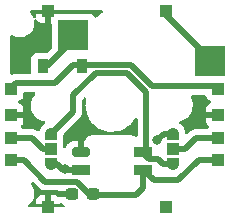
<source format=gbr>
%TF.GenerationSoftware,KiCad,Pcbnew,6.0.5*%
%TF.CreationDate,2022-10-09T08:24:47+11:00*%
%TF.ProjectId,ameoba,616d656f-6261-42e6-9b69-6361645f7063,rev?*%
%TF.SameCoordinates,Original*%
%TF.FileFunction,Copper,L2,Bot*%
%TF.FilePolarity,Positive*%
%FSLAX46Y46*%
G04 Gerber Fmt 4.6, Leading zero omitted, Abs format (unit mm)*
G04 Created by KiCad (PCBNEW 6.0.5) date 2022-10-09 08:24:47*
%MOMM*%
%LPD*%
G01*
G04 APERTURE LIST*
G04 Aperture macros list*
%AMRoundRect*
0 Rectangle with rounded corners*
0 $1 Rounding radius*
0 $2 $3 $4 $5 $6 $7 $8 $9 X,Y pos of 4 corners*
0 Add a 4 corners polygon primitive as box body*
4,1,4,$2,$3,$4,$5,$6,$7,$8,$9,$2,$3,0*
0 Add four circle primitives for the rounded corners*
1,1,$1+$1,$2,$3*
1,1,$1+$1,$4,$5*
1,1,$1+$1,$6,$7*
1,1,$1+$1,$8,$9*
0 Add four rect primitives between the rounded corners*
20,1,$1+$1,$2,$3,$4,$5,0*
20,1,$1+$1,$4,$5,$6,$7,0*
20,1,$1+$1,$6,$7,$8,$9,0*
20,1,$1+$1,$8,$9,$2,$3,0*%
%AMFreePoly0*
4,1,18,0.500000,-0.500000,0.000000,-0.500000,0.000000,-0.495033,-0.079941,-0.493568,-0.215256,-0.451293,-0.333266,-0.372738,-0.424486,-0.264219,-0.481581,-0.134460,-0.499963,0.006109,-0.478152,0.146186,-0.417904,0.274511,-0.324060,0.380769,-0.204165,0.456417,-0.067858,0.495374,0.000000,0.494959,0.000000,0.500000,0.500000,0.500000,0.500000,-0.500000,0.500000,-0.500000,$1*%
%AMFreePoly1*
4,1,19,0.000000,0.494959,0.073905,0.494508,0.209726,0.453889,0.328688,0.376782,0.421226,0.269385,0.479903,0.140333,0.500000,0.000000,0.499851,-0.012216,0.476331,-0.152017,0.414519,-0.279596,0.319384,-0.384700,0.198574,-0.458877,0.061801,-0.496166,0.000000,-0.495033,0.000000,-0.500000,-0.500000,-0.500000,-0.500000,0.500000,0.000000,0.500000,0.000000,0.494959,0.000000,0.494959,
$1*%
G04 Aperture macros list end*
%TA.AperFunction,ComponentPad*%
%ADD10R,1.000000X1.000000*%
%TD*%
%TA.AperFunction,SMDPad,CuDef*%
%ADD11R,2.600000X2.600000*%
%TD*%
%TA.AperFunction,SMDPad,CuDef*%
%ADD12FreePoly0,270.000000*%
%TD*%
%TA.AperFunction,SMDPad,CuDef*%
%ADD13R,1.000000X1.000000*%
%TD*%
%TA.AperFunction,SMDPad,CuDef*%
%ADD14FreePoly1,270.000000*%
%TD*%
%TA.AperFunction,SMDPad,CuDef*%
%ADD15R,0.900000X1.200000*%
%TD*%
%TA.AperFunction,SMDPad,CuDef*%
%ADD16R,1.492724X0.824104*%
%TD*%
%TA.AperFunction,SMDPad,CuDef*%
%ADD17R,1.492724X0.810988*%
%TD*%
%TA.AperFunction,SMDPad,CuDef*%
%ADD18RoundRect,0.205318X0.539189X0.205318X-0.539189X0.205318X-0.539189X-0.205318X0.539189X-0.205318X0*%
%TD*%
%TA.AperFunction,SMDPad,CuDef*%
%ADD19R,1.489015X0.821296*%
%TD*%
%TA.AperFunction,SMDPad,CuDef*%
%ADD20RoundRect,0.237500X0.300000X0.237500X-0.300000X0.237500X-0.300000X-0.237500X0.300000X-0.237500X0*%
%TD*%
%TA.AperFunction,ViaPad*%
%ADD21C,0.800000*%
%TD*%
%TA.AperFunction,Conductor*%
%ADD22C,0.500000*%
%TD*%
G04 APERTURE END LIST*
D10*
%TO.P,,1,Pin_1*%
%TO.N,DOUT1*%
X34400000Y-28187847D03*
%TD*%
%TO.P,,2,Pin_1*%
%TO.N,column_1*%
X30000000Y-17395497D03*
%TD*%
%TO.P,,1,Pin_1*%
%TO.N,VCC*%
X16900000Y-30000000D03*
%TD*%
%TO.P,,1,Pin_1*%
%TO.N,GND*%
X20000000Y-17400000D03*
%TD*%
%TO.P,,1,Pin_1*%
%TO.N,GND*%
X20000000Y-34000000D03*
%TD*%
%TO.P,,1,Pin_1*%
%TO.N,VCC*%
X34400000Y-30000000D03*
%TD*%
%TO.P,,1,Pin_1*%
%TO.N,GND*%
X16900000Y-26200000D03*
%TD*%
%TO.P,,1,Pin_1*%
%TO.N,GND*%
X34400000Y-26200000D03*
%TD*%
%TO.P,,1,Pin_1*%
%TO.N,column_1*%
X30000000Y-34000000D03*
%TD*%
%TO.P,,1,Pin_1*%
%TO.N,row_2*%
X16900000Y-24000000D03*
%TD*%
%TO.P,,1,Pin_1*%
%TO.N,row_2*%
X34400000Y-24000000D03*
%TD*%
D11*
%TO.P,S18,1*%
%TO.N,row_1*%
X22125000Y-19450000D03*
%TO.P,S18,2*%
%TO.N,column_1*%
X33675000Y-21650000D03*
%TD*%
D10*
%TO.P,,1,Pin_1*%
%TO.N,DIN1*%
X16900000Y-28187847D03*
%TD*%
D12*
%TO.P,JP2,1,A*%
%TO.N,DOUT*%
X20282301Y-27790008D03*
D13*
%TO.P,JP2,2,C*%
%TO.N,DIN1*%
X20282301Y-29070008D03*
D14*
%TO.P,JP2,3,B*%
%TO.N,DIN*%
X20282301Y-30350008D03*
%TD*%
D15*
%TO.P,D3,1*%
%TO.N,row_2*%
X22840772Y-22111848D03*
%TO.P,D3,2*%
%TO.N,row_1*%
X19540772Y-22111848D03*
%TD*%
D12*
%TO.P,JP2,1,A*%
%TO.N,DIN*%
X30599919Y-27790008D03*
D13*
%TO.P,JP2,2,C*%
%TO.N,DOUT1*%
X30599919Y-29070008D03*
D14*
%TO.P,JP2,3,B*%
%TO.N,DOUT*%
X30599919Y-30350008D03*
%TD*%
D16*
%TO.P,REF\u002A\u002A,1*%
%TO.N,VCC*%
X28065013Y-30847946D03*
D17*
%TO.P,REF\u002A\u002A,2*%
%TO.N,DOUT*%
X28065013Y-29345495D03*
D18*
%TO.P,REF\u002A\u002A,3*%
%TO.N,GND*%
X22755893Y-29349364D03*
D19*
%TO.P,REF\u002A\u002A,4*%
%TO.N,DIN*%
X22755893Y-30849352D03*
%TD*%
D20*
%TO.P,REF\u002A\u002A,1*%
%TO.N,VCC*%
X23770122Y-32944693D03*
%TO.P,REF\u002A\u002A,2*%
%TO.N,GND*%
X22045122Y-32944693D03*
%TD*%
D21*
%TO.N,GND*%
X22760442Y-26983734D03*
X31943218Y-27008346D03*
%TO.N,DIN*%
X21449622Y-30799326D03*
X29263377Y-28364809D03*
%TD*%
D22*
%TO.N,DIN*%
X29838178Y-27790008D02*
X30599919Y-27790008D01*
X29263377Y-28364809D02*
X29838178Y-27790008D01*
%TO.N,column_1*%
X30000000Y-17786551D02*
X33300000Y-21086551D01*
X33300000Y-21086551D02*
X33300000Y-21590000D01*
X30000000Y-17670950D02*
X30000000Y-17786551D01*
%TO.N,row_1*%
X19886018Y-22111848D02*
X19540772Y-22111848D01*
X22125000Y-19872866D02*
X19886018Y-22111848D01*
X22125000Y-19390000D02*
X22125000Y-19872866D01*
%TO.N,row_2*%
X34199155Y-23799155D02*
X28833280Y-23799155D01*
X34400000Y-24000000D02*
X34199155Y-23799155D01*
X28833280Y-23799155D02*
X27013635Y-21979510D01*
X20562168Y-23501395D02*
X17298605Y-23501395D01*
X17298605Y-23501395D02*
X16800000Y-24000000D01*
X27013635Y-21979510D02*
X22084053Y-21979510D01*
X22084053Y-21979510D02*
X20562168Y-23501395D01*
%TO.N,VCC*%
X17931321Y-30000000D02*
X19784311Y-31852990D01*
X28065013Y-30847946D02*
X28956489Y-31739422D01*
X32756275Y-30000000D02*
X34400000Y-30000000D01*
X19784311Y-31852990D02*
X22462512Y-31852990D01*
X23574813Y-32965291D02*
X27459816Y-32965291D01*
X28956489Y-31739422D02*
X31016853Y-31739422D01*
X27459816Y-32965291D02*
X28065013Y-32360094D01*
X28065013Y-32360094D02*
X28065013Y-30847946D01*
X16800000Y-30000000D02*
X17931321Y-30000000D01*
X22462512Y-31852990D02*
X23574813Y-32965291D01*
X31016853Y-31739422D02*
X32756275Y-30000000D01*
%TO.N,DIN*%
X21287627Y-30849352D02*
X22755893Y-30849352D01*
X20282301Y-30350008D02*
X20788283Y-30350008D01*
X20788283Y-30350008D02*
X21287627Y-30849352D01*
%TO.N,DOUT*%
X20282301Y-27790008D02*
X22145926Y-25926383D01*
X29320579Y-29971656D02*
X29698931Y-30350008D01*
X22145926Y-24564393D02*
X24031289Y-22679030D01*
X26723884Y-22679030D02*
X28337013Y-24292159D01*
X29698931Y-30350008D02*
X30599919Y-30350008D01*
X22145926Y-25926383D02*
X22145926Y-24564393D01*
X28065013Y-29480049D02*
X28556620Y-29971656D01*
X28556620Y-29971656D02*
X29320579Y-29971656D01*
X24031289Y-22679030D02*
X26723884Y-22679030D01*
X28337013Y-24292159D02*
X28337013Y-29073495D01*
X28337013Y-29073495D02*
X28065013Y-29345495D01*
X28065013Y-29345495D02*
X28065013Y-29480049D01*
%TO.N,DOUT1*%
X31627642Y-29070008D02*
X30599919Y-29070008D01*
X34400000Y-28187847D02*
X32509803Y-28187847D01*
X32509803Y-28187847D02*
X31627642Y-29070008D01*
%TO.N,DIN1*%
X20282301Y-29070008D02*
X19566140Y-29070008D01*
X19566140Y-29070008D02*
X18683979Y-28187847D01*
X18683979Y-28187847D02*
X16800000Y-28187847D01*
%TD*%
%TA.AperFunction,Conductor*%
%TO.N,GND*%
G36*
X18766478Y-31909965D02*
G01*
X18781270Y-31922630D01*
X19200541Y-32341901D01*
X19212927Y-32356313D01*
X19221460Y-32367908D01*
X19221465Y-32367913D01*
X19225803Y-32373808D01*
X19231381Y-32378547D01*
X19231384Y-32378550D01*
X19266079Y-32408025D01*
X19273595Y-32414955D01*
X19279291Y-32420651D01*
X19282152Y-32422914D01*
X19282157Y-32422919D01*
X19301567Y-32438275D01*
X19304969Y-32441064D01*
X19350928Y-32480109D01*
X19360596Y-32488323D01*
X19367113Y-32491651D01*
X19372161Y-32495017D01*
X19377283Y-32498180D01*
X19383027Y-32502725D01*
X19449206Y-32533654D01*
X19453090Y-32535553D01*
X19518119Y-32568759D01*
X19525234Y-32570500D01*
X19530889Y-32572603D01*
X19536628Y-32574512D01*
X19543261Y-32577612D01*
X19614746Y-32592481D01*
X19619012Y-32593447D01*
X19689921Y-32610798D01*
X19695523Y-32611146D01*
X19695526Y-32611146D01*
X19701075Y-32611490D01*
X19701073Y-32611525D01*
X19705045Y-32611765D01*
X19709266Y-32612142D01*
X19716426Y-32613631D01*
X19793853Y-32611536D01*
X19797261Y-32611490D01*
X20887363Y-32611490D01*
X20955484Y-32631492D01*
X21001977Y-32685148D01*
X21002436Y-32686378D01*
X21005487Y-32689022D01*
X21013170Y-32690693D01*
X22173122Y-32690693D01*
X22241243Y-32710695D01*
X22287736Y-32764351D01*
X22299122Y-32816693D01*
X22299122Y-33072693D01*
X22279120Y-33140814D01*
X22225464Y-33187307D01*
X22173122Y-33198693D01*
X21017739Y-33198693D01*
X21012559Y-33200214D01*
X20941563Y-33200214D01*
X20881836Y-33161831D01*
X20876232Y-33154881D01*
X20868282Y-33144273D01*
X20855724Y-33131715D01*
X20753649Y-33055214D01*
X20738054Y-33046676D01*
X20617606Y-33001522D01*
X20602351Y-32997895D01*
X20551486Y-32992369D01*
X20544672Y-32992000D01*
X20272115Y-32992000D01*
X20256876Y-32996475D01*
X20255671Y-32997865D01*
X20254000Y-33005548D01*
X20254000Y-33727885D01*
X20258475Y-33743124D01*
X20259865Y-33744329D01*
X20267548Y-33746000D01*
X20989884Y-33746000D01*
X21005123Y-33741525D01*
X21027388Y-33715830D01*
X21027985Y-33716347D01*
X21034604Y-33704223D01*
X21096914Y-33670193D01*
X21167730Y-33675252D01*
X21212725Y-33704138D01*
X21274751Y-33766056D01*
X21286165Y-33775070D01*
X21345243Y-33811486D01*
X21392737Y-33864258D01*
X21404161Y-33934329D01*
X21375887Y-33999453D01*
X21316894Y-34038953D01*
X21279128Y-34044746D01*
X18397843Y-34044746D01*
X18329722Y-34024744D01*
X18283229Y-33971088D01*
X18273125Y-33900814D01*
X18302619Y-33836234D01*
X18324317Y-33816423D01*
X18421919Y-33746289D01*
X18426478Y-33743013D01*
X18441138Y-33727885D01*
X18992000Y-33727885D01*
X18996475Y-33743124D01*
X18997865Y-33744329D01*
X19005548Y-33746000D01*
X19727885Y-33746000D01*
X19743124Y-33741525D01*
X19744329Y-33740135D01*
X19746000Y-33732452D01*
X19746000Y-33010116D01*
X19741525Y-32994877D01*
X19740135Y-32993672D01*
X19732452Y-32992001D01*
X19455331Y-32992001D01*
X19448510Y-32992371D01*
X19397648Y-32997895D01*
X19382396Y-33001521D01*
X19261946Y-33046676D01*
X19246351Y-33055214D01*
X19144276Y-33131715D01*
X19131715Y-33144276D01*
X19055214Y-33246351D01*
X19046676Y-33261946D01*
X19001522Y-33382394D01*
X18997895Y-33397649D01*
X18992369Y-33448514D01*
X18992000Y-33455328D01*
X18992000Y-33727885D01*
X18441138Y-33727885D01*
X18492143Y-33675252D01*
X18572701Y-33592123D01*
X18572703Y-33592120D01*
X18576604Y-33588095D01*
X18696924Y-33409040D01*
X18783635Y-33211507D01*
X18833995Y-33001742D01*
X18841336Y-32874431D01*
X18846090Y-32791981D01*
X18846090Y-32791978D01*
X18846413Y-32786374D01*
X18834632Y-32689022D01*
X18821171Y-32577779D01*
X18821171Y-32577778D01*
X18820497Y-32572210D01*
X18808917Y-32534567D01*
X18758712Y-32371378D01*
X18757064Y-32366021D01*
X18658122Y-32174323D01*
X18592213Y-32088429D01*
X18566612Y-32022209D01*
X18580877Y-31952660D01*
X18630478Y-31901864D01*
X18699667Y-31885948D01*
X18766478Y-31909965D01*
G37*
%TD.AperFunction*%
%TA.AperFunction,Conductor*%
G36*
X23156407Y-24730759D02*
G01*
X23213243Y-24773306D01*
X23238054Y-24839826D01*
X23236384Y-24871123D01*
X23185910Y-25151650D01*
X23185721Y-25155817D01*
X23185720Y-25155824D01*
X23181595Y-25246676D01*
X23172514Y-25446659D01*
X23172877Y-25450807D01*
X23172877Y-25450811D01*
X23174517Y-25469553D01*
X23198252Y-25740849D01*
X23199162Y-25744921D01*
X23199163Y-25744926D01*
X23260822Y-26020773D01*
X23262672Y-26029050D01*
X23364644Y-26306199D01*
X23366591Y-26309892D01*
X23366592Y-26309894D01*
X23428027Y-26426416D01*
X23502374Y-26567427D01*
X23543830Y-26625761D01*
X23671019Y-26804735D01*
X23671024Y-26804741D01*
X23673443Y-26808145D01*
X23676287Y-26811195D01*
X23676292Y-26811201D01*
X23833969Y-26980289D01*
X23874846Y-27024124D01*
X24103045Y-27211568D01*
X24354029Y-27367185D01*
X24357846Y-27368901D01*
X24357849Y-27368902D01*
X24430708Y-27401646D01*
X24623390Y-27488241D01*
X24693116Y-27509027D01*
X24838991Y-27552514D01*
X24906395Y-27572608D01*
X24910515Y-27573261D01*
X24910517Y-27573261D01*
X25194592Y-27618255D01*
X25194598Y-27618256D01*
X25198073Y-27618806D01*
X25222632Y-27619921D01*
X25289017Y-27622936D01*
X25289038Y-27622936D01*
X25290437Y-27623000D01*
X25474901Y-27623000D01*
X25694664Y-27608403D01*
X25698763Y-27607577D01*
X25698767Y-27607576D01*
X25841361Y-27578824D01*
X25984151Y-27550033D01*
X26263375Y-27453888D01*
X26433089Y-27368902D01*
X26523695Y-27323530D01*
X26523697Y-27323529D01*
X26527431Y-27321659D01*
X26771678Y-27155668D01*
X26778416Y-27149644D01*
X26910543Y-27031508D01*
X26991827Y-26958832D01*
X26994545Y-26955661D01*
X27181289Y-26737784D01*
X27181292Y-26737780D01*
X27184009Y-26734610D01*
X27186283Y-26731108D01*
X27186287Y-26731103D01*
X27344849Y-26486939D01*
X27345653Y-26487461D01*
X27393222Y-26440822D01*
X27462742Y-26426416D01*
X27529014Y-26451882D01*
X27570997Y-26509135D01*
X27578513Y-26552000D01*
X27578513Y-27927363D01*
X27558511Y-27995484D01*
X27504855Y-28041977D01*
X27434581Y-28052081D01*
X27386686Y-28034801D01*
X27366458Y-28022407D01*
X27366457Y-28022407D01*
X27361054Y-28019096D01*
X27229372Y-27971234D01*
X27223103Y-27970302D01*
X27223102Y-27970302D01*
X27176080Y-27963314D01*
X27148135Y-27959161D01*
X27139952Y-27957667D01*
X27103392Y-27949734D01*
X27098535Y-27949446D01*
X27095727Y-27949279D01*
X27095720Y-27949279D01*
X27090861Y-27948991D01*
X27086016Y-27949454D01*
X27086011Y-27949454D01*
X27049069Y-27952984D01*
X27036682Y-27953554D01*
X26340154Y-27951324D01*
X23748398Y-27943027D01*
X23742464Y-27942867D01*
X23698079Y-27940620D01*
X23688708Y-27940146D01*
X23688707Y-27940146D01*
X23683847Y-27939900D01*
X23679005Y-27940405D01*
X23679002Y-27940405D01*
X23676212Y-27940696D01*
X23676209Y-27940697D01*
X23671362Y-27941202D01*
X23666647Y-27942448D01*
X23637592Y-27950126D01*
X23622864Y-27953092D01*
X23619561Y-27953554D01*
X23597155Y-27956689D01*
X23597152Y-27956690D01*
X23588261Y-27957934D01*
X23580075Y-27961625D01*
X23571451Y-27964117D01*
X23571360Y-27963803D01*
X23561320Y-27967132D01*
X23553483Y-27968856D01*
X23540941Y-27971616D01*
X23540939Y-27971617D01*
X23534748Y-27972979D01*
X23406708Y-28029800D01*
X23401544Y-28033477D01*
X23297759Y-28107369D01*
X23297755Y-28107372D01*
X23292594Y-28111047D01*
X23197004Y-28213445D01*
X23123787Y-28332870D01*
X23121621Y-28338824D01*
X23121619Y-28338828D01*
X23117164Y-28351075D01*
X23075078Y-28408253D01*
X23034254Y-28428894D01*
X23012769Y-28435203D01*
X23011564Y-28436593D01*
X23009893Y-28444276D01*
X23009893Y-29477364D01*
X22989891Y-29545485D01*
X22936235Y-29591978D01*
X22883893Y-29603364D01*
X22627893Y-29603364D01*
X22559772Y-29583362D01*
X22513279Y-29529706D01*
X22501893Y-29477364D01*
X22501893Y-28448843D01*
X22497418Y-28433604D01*
X22496028Y-28432399D01*
X22488345Y-28430728D01*
X22172576Y-28430728D01*
X22166060Y-28431065D01*
X22076698Y-28440337D01*
X22063302Y-28443230D01*
X21919003Y-28491372D01*
X21905825Y-28497546D01*
X21776840Y-28577364D01*
X21765439Y-28586400D01*
X21658269Y-28693757D01*
X21649257Y-28705168D01*
X21569657Y-28834303D01*
X21563513Y-28847480D01*
X21536394Y-28929241D01*
X21495964Y-28987601D01*
X21430399Y-29014838D01*
X21360518Y-29002305D01*
X21308506Y-28953980D01*
X21290801Y-28889574D01*
X21290801Y-28521874D01*
X21284046Y-28459692D01*
X21281461Y-28452796D01*
X21279342Y-28406074D01*
X21287250Y-28351075D01*
X21296030Y-28290008D01*
X21296030Y-27901150D01*
X21316032Y-27833029D01*
X21332935Y-27812055D01*
X22634837Y-26510153D01*
X22649249Y-26497767D01*
X22660844Y-26489234D01*
X22660849Y-26489229D01*
X22666744Y-26484891D01*
X22671483Y-26479313D01*
X22671486Y-26479310D01*
X22700961Y-26444615D01*
X22707891Y-26437099D01*
X22713587Y-26431403D01*
X22715850Y-26428542D01*
X22715855Y-26428537D01*
X22731219Y-26409117D01*
X22734008Y-26405716D01*
X22735669Y-26403761D01*
X22781259Y-26350098D01*
X22784585Y-26343585D01*
X22787946Y-26338546D01*
X22791122Y-26333404D01*
X22795660Y-26327667D01*
X22826581Y-26261508D01*
X22828487Y-26257608D01*
X22853880Y-26207879D01*
X22861695Y-26192575D01*
X22863434Y-26185466D01*
X22865530Y-26179832D01*
X22867449Y-26174062D01*
X22870548Y-26167433D01*
X22885417Y-26095948D01*
X22886387Y-26091665D01*
X22900748Y-26032975D01*
X22903734Y-26020773D01*
X22904426Y-26009619D01*
X22904461Y-26009621D01*
X22904701Y-26005649D01*
X22905078Y-26001428D01*
X22906567Y-25994268D01*
X22904472Y-25916841D01*
X22904426Y-25913433D01*
X22904426Y-24930764D01*
X22924428Y-24862643D01*
X22941331Y-24841669D01*
X23023280Y-24759720D01*
X23085592Y-24725694D01*
X23156407Y-24730759D01*
G37*
%TD.AperFunction*%
%TA.AperFunction,Conductor*%
G36*
X33359306Y-24577657D02*
G01*
X33405799Y-24631313D01*
X33409167Y-24639425D01*
X33432471Y-24701587D01*
X33449385Y-24746705D01*
X33536739Y-24863261D01*
X33653295Y-24950615D01*
X33661703Y-24953767D01*
X33737774Y-24982285D01*
X33794538Y-25024927D01*
X33819238Y-25091488D01*
X33804030Y-25160837D01*
X33753744Y-25210955D01*
X33737774Y-25218249D01*
X33661946Y-25246676D01*
X33646351Y-25255214D01*
X33544276Y-25331715D01*
X33531715Y-25344276D01*
X33455214Y-25446351D01*
X33446676Y-25461946D01*
X33401522Y-25582394D01*
X33397895Y-25597649D01*
X33392369Y-25648514D01*
X33392000Y-25655328D01*
X33392000Y-25927885D01*
X33396475Y-25943124D01*
X33397865Y-25944329D01*
X33405548Y-25946000D01*
X34365500Y-25946000D01*
X34433621Y-25966002D01*
X34480114Y-26019658D01*
X34491500Y-26072000D01*
X34491500Y-26328000D01*
X34471498Y-26396121D01*
X34417842Y-26442614D01*
X34365500Y-26454000D01*
X33410116Y-26454000D01*
X33394877Y-26458475D01*
X33393672Y-26459865D01*
X33392001Y-26467548D01*
X33392001Y-26744669D01*
X33392371Y-26751490D01*
X33397895Y-26802352D01*
X33401521Y-26817604D01*
X33446676Y-26938054D01*
X33455214Y-26953649D01*
X33531715Y-27055724D01*
X33544277Y-27068286D01*
X33576966Y-27092785D01*
X33619481Y-27149644D01*
X33624507Y-27220463D01*
X33590447Y-27282756D01*
X33576969Y-27294435D01*
X33536739Y-27324586D01*
X33531358Y-27331766D01*
X33496024Y-27378912D01*
X33439165Y-27421427D01*
X33395198Y-27429347D01*
X32576873Y-27429347D01*
X32557923Y-27427914D01*
X32543688Y-27425748D01*
X32543684Y-27425748D01*
X32536454Y-27424648D01*
X32529162Y-27425241D01*
X32529159Y-27425241D01*
X32483785Y-27428932D01*
X32473570Y-27429347D01*
X32465510Y-27429347D01*
X32452220Y-27430896D01*
X32437296Y-27432636D01*
X32432921Y-27433069D01*
X32367464Y-27438393D01*
X32367461Y-27438394D01*
X32360166Y-27438987D01*
X32353202Y-27441243D01*
X32347243Y-27442434D01*
X32341388Y-27443818D01*
X32334122Y-27444665D01*
X32265476Y-27469582D01*
X32261348Y-27470999D01*
X32198867Y-27491240D01*
X32198865Y-27491241D01*
X32191904Y-27493496D01*
X32185649Y-27497292D01*
X32180175Y-27499798D01*
X32174745Y-27502517D01*
X32167866Y-27505014D01*
X32161746Y-27509027D01*
X32161745Y-27509027D01*
X32106827Y-27545033D01*
X32103123Y-27547370D01*
X32040696Y-27585252D01*
X32032319Y-27592650D01*
X32032295Y-27592623D01*
X32029303Y-27595276D01*
X32026070Y-27597979D01*
X32019951Y-27601991D01*
X31966675Y-27658230D01*
X31964297Y-27660672D01*
X31828056Y-27796913D01*
X31765744Y-27830939D01*
X31694929Y-27825874D01*
X31638093Y-27783327D01*
X31616311Y-27724289D01*
X31614106Y-27724591D01*
X31594949Y-27584732D01*
X31594948Y-27584728D01*
X31594339Y-27580281D01*
X31554982Y-27442572D01*
X31495505Y-27309610D01*
X31493119Y-27305828D01*
X31493115Y-27305821D01*
X31421470Y-27192272D01*
X31419079Y-27188482D01*
X31324673Y-27077556D01*
X31318079Y-27071732D01*
X31220677Y-26985711D01*
X31217322Y-26982748D01*
X31194726Y-26967905D01*
X31170287Y-26951851D01*
X31124334Y-26897733D01*
X31114933Y-26827362D01*
X31145071Y-26763079D01*
X31207810Y-26724581D01*
X31353172Y-26686853D01*
X31358038Y-26684661D01*
X31358041Y-26684660D01*
X31558649Y-26594293D01*
X31563515Y-26592101D01*
X31567935Y-26589125D01*
X31567939Y-26589123D01*
X31703633Y-26497767D01*
X31754885Y-26463262D01*
X31921812Y-26304022D01*
X32023437Y-26167433D01*
X32056337Y-26123214D01*
X32056339Y-26123211D01*
X32059521Y-26118934D01*
X32115100Y-26009619D01*
X32161658Y-25918046D01*
X32161658Y-25918045D01*
X32164077Y-25913288D01*
X32217621Y-25740849D01*
X32230905Y-25698070D01*
X32230906Y-25698064D01*
X32232489Y-25692967D01*
X32262800Y-25464268D01*
X32262128Y-25446351D01*
X32254346Y-25239063D01*
X32254146Y-25233732D01*
X32206772Y-25007950D01*
X32196637Y-24982285D01*
X32158893Y-24886712D01*
X32122033Y-24793378D01*
X32095116Y-24749020D01*
X32076877Y-24680406D01*
X32098629Y-24612824D01*
X32153465Y-24567730D01*
X32202835Y-24557655D01*
X33291185Y-24557655D01*
X33359306Y-24577657D01*
G37*
%TD.AperFunction*%
%TA.AperFunction,Conductor*%
G36*
X18879163Y-24279897D02*
G01*
X18925656Y-24333553D01*
X18935760Y-24403827D01*
X18906266Y-24468407D01*
X18898014Y-24477065D01*
X18878188Y-24495978D01*
X18875000Y-24500263D01*
X18771461Y-24639425D01*
X18740479Y-24681066D01*
X18738064Y-24685816D01*
X18640061Y-24878574D01*
X18635923Y-24886712D01*
X18615102Y-24953767D01*
X18569095Y-25101930D01*
X18569094Y-25101936D01*
X18567511Y-25107033D01*
X18553738Y-25210955D01*
X18547872Y-25255214D01*
X18537200Y-25335732D01*
X18537400Y-25341062D01*
X18537400Y-25341063D01*
X18541352Y-25446351D01*
X18545854Y-25566268D01*
X18593228Y-25792050D01*
X18595186Y-25797009D01*
X18595187Y-25797011D01*
X18635597Y-25899336D01*
X18677967Y-26006622D01*
X18797647Y-26203849D01*
X18801144Y-26207879D01*
X18929394Y-26355674D01*
X18948847Y-26378092D01*
X18952978Y-26381479D01*
X19123115Y-26520984D01*
X19123121Y-26520988D01*
X19127243Y-26524368D01*
X19327735Y-26638494D01*
X19332751Y-26640315D01*
X19332756Y-26640317D01*
X19539575Y-26715389D01*
X19539579Y-26715390D01*
X19544590Y-26717209D01*
X19549839Y-26718158D01*
X19549842Y-26718159D01*
X19643590Y-26735111D01*
X19707064Y-26766915D01*
X19743267Y-26827988D01*
X19740705Y-26898938D01*
X19700191Y-26957240D01*
X19692231Y-26962891D01*
X19692239Y-26962902D01*
X19688608Y-26965538D01*
X19684805Y-26967905D01*
X19681377Y-26970787D01*
X19681375Y-26970788D01*
X19614101Y-27027337D01*
X19575170Y-27060062D01*
X19478083Y-27168647D01*
X19475598Y-27172380D01*
X19475595Y-27172384D01*
X19401202Y-27284143D01*
X19398720Y-27287872D01*
X19336012Y-27419341D01*
X19327405Y-27446891D01*
X19312011Y-27496163D01*
X19272605Y-27555219D01*
X19207526Y-27583596D01*
X19137436Y-27572283D01*
X19119709Y-27560796D01*
X19119363Y-27561315D01*
X19113270Y-27557251D01*
X19107694Y-27552514D01*
X19101179Y-27549187D01*
X19096129Y-27545819D01*
X19091000Y-27542652D01*
X19085263Y-27538113D01*
X19019104Y-27507192D01*
X19015204Y-27505286D01*
X18950171Y-27472078D01*
X18943063Y-27470339D01*
X18937420Y-27468240D01*
X18931657Y-27466323D01*
X18925029Y-27463225D01*
X18853562Y-27448360D01*
X18849278Y-27447390D01*
X18814937Y-27438987D01*
X18778369Y-27430039D01*
X18772767Y-27429691D01*
X18772764Y-27429691D01*
X18767215Y-27429347D01*
X18767217Y-27429311D01*
X18763224Y-27429072D01*
X18759032Y-27428698D01*
X18751864Y-27427207D01*
X18688099Y-27428932D01*
X18674458Y-27429301D01*
X18671051Y-27429347D01*
X17904802Y-27429347D01*
X17836681Y-27409345D01*
X17803976Y-27378912D01*
X17768642Y-27331766D01*
X17763261Y-27324586D01*
X17723033Y-27294436D01*
X17680518Y-27237577D01*
X17675494Y-27166758D01*
X17709554Y-27104465D01*
X17723034Y-27092785D01*
X17755723Y-27068286D01*
X17768285Y-27055724D01*
X17844786Y-26953649D01*
X17853324Y-26938054D01*
X17898478Y-26817606D01*
X17902105Y-26802351D01*
X17907631Y-26751486D01*
X17908000Y-26744672D01*
X17908000Y-26472115D01*
X17903525Y-26456876D01*
X17902135Y-26455671D01*
X17894452Y-26454000D01*
X16934500Y-26454000D01*
X16866379Y-26433998D01*
X16819886Y-26380342D01*
X16808500Y-26328000D01*
X16808500Y-26072000D01*
X16828502Y-26003879D01*
X16882158Y-25957386D01*
X16934500Y-25946000D01*
X17889884Y-25946000D01*
X17905123Y-25941525D01*
X17906328Y-25940135D01*
X17907999Y-25932452D01*
X17907999Y-25655331D01*
X17907629Y-25648510D01*
X17902105Y-25597648D01*
X17898479Y-25582396D01*
X17853324Y-25461946D01*
X17844786Y-25446351D01*
X17768285Y-25344276D01*
X17755724Y-25331715D01*
X17653649Y-25255214D01*
X17638054Y-25246676D01*
X17562226Y-25218249D01*
X17505462Y-25175607D01*
X17480762Y-25109046D01*
X17495970Y-25039697D01*
X17546256Y-24989579D01*
X17562226Y-24982285D01*
X17638297Y-24953767D01*
X17646705Y-24950615D01*
X17763261Y-24863261D01*
X17850615Y-24746705D01*
X17901745Y-24610316D01*
X17908500Y-24548134D01*
X17908500Y-24385895D01*
X17928502Y-24317774D01*
X17982158Y-24271281D01*
X18034500Y-24259895D01*
X18811042Y-24259895D01*
X18879163Y-24279897D01*
G37*
%TD.AperFunction*%
%TA.AperFunction,Conductor*%
G36*
X24618509Y-17381748D02*
G01*
X24665002Y-17435404D01*
X24675106Y-17505678D01*
X24645612Y-17570258D01*
X24593483Y-17606146D01*
X24581074Y-17610663D01*
X24333058Y-17742536D01*
X24329499Y-17745122D01*
X24329497Y-17745123D01*
X24115271Y-17900767D01*
X24105808Y-17907642D01*
X24074597Y-17937782D01*
X24011703Y-17970714D01*
X23940987Y-17964415D01*
X23884901Y-17920884D01*
X23878271Y-17910379D01*
X23875615Y-17903295D01*
X23788261Y-17786739D01*
X23671705Y-17699385D01*
X23535316Y-17648255D01*
X23473134Y-17641500D01*
X20776866Y-17641500D01*
X20773469Y-17641869D01*
X20722534Y-17647402D01*
X20722532Y-17647402D01*
X20714684Y-17648255D01*
X20708165Y-17650699D01*
X20680014Y-17654000D01*
X20272115Y-17654000D01*
X20256876Y-17658475D01*
X20255671Y-17659865D01*
X20254000Y-17667548D01*
X20254000Y-18389884D01*
X20258475Y-18405123D01*
X20273013Y-18417721D01*
X20311396Y-18477447D01*
X20316500Y-18512945D01*
X20316500Y-20556495D01*
X20296498Y-20624616D01*
X20279595Y-20645590D01*
X19958742Y-20966443D01*
X19896430Y-21000469D01*
X19869647Y-21003348D01*
X19042638Y-21003348D01*
X18980456Y-21010103D01*
X18844067Y-21061233D01*
X18727511Y-21148587D01*
X18640157Y-21265143D01*
X18589027Y-21401532D01*
X18582272Y-21463714D01*
X18582272Y-22616895D01*
X18562270Y-22685016D01*
X18508614Y-22731509D01*
X18456272Y-22742895D01*
X17365675Y-22742895D01*
X17346725Y-22741462D01*
X17332490Y-22739296D01*
X17332486Y-22739296D01*
X17325256Y-22738196D01*
X17317964Y-22738789D01*
X17317961Y-22738789D01*
X17272587Y-22742480D01*
X17262372Y-22742895D01*
X17254312Y-22742895D01*
X17250678Y-22743319D01*
X17250672Y-22743319D01*
X17237647Y-22744838D01*
X17226085Y-22746186D01*
X17221737Y-22746616D01*
X17148969Y-22752535D01*
X17142008Y-22754790D01*
X17136068Y-22755977D01*
X17130193Y-22757366D01*
X17122924Y-22758213D01*
X17054275Y-22783131D01*
X17050147Y-22784548D01*
X16987668Y-22804788D01*
X16987663Y-22804790D01*
X16986413Y-22805195D01*
X16986414Y-22805195D01*
X16980705Y-22807044D01*
X16980388Y-22806067D01*
X16916686Y-22815287D01*
X16852077Y-22785855D01*
X16813637Y-22726165D01*
X16808500Y-22690553D01*
X16808500Y-19559760D01*
X16828502Y-19491639D01*
X16882158Y-19445146D01*
X16952432Y-19435042D01*
X17001456Y-19453023D01*
X17078006Y-19501043D01*
X17078010Y-19501045D01*
X17082762Y-19504026D01*
X17282920Y-19584489D01*
X17494164Y-19628236D01*
X17498775Y-19628502D01*
X17498776Y-19628502D01*
X17547079Y-19631287D01*
X17547083Y-19631287D01*
X17548902Y-19631392D01*
X17688362Y-19631392D01*
X17691149Y-19631143D01*
X17691155Y-19631143D01*
X17757867Y-19625189D01*
X17848499Y-19617100D01*
X17975367Y-19582393D01*
X18051163Y-19561658D01*
X18051167Y-19561657D01*
X18056579Y-19560176D01*
X18251290Y-19467303D01*
X18426478Y-19341418D01*
X18576604Y-19186500D01*
X18696924Y-19007445D01*
X18783635Y-18809912D01*
X18833995Y-18600147D01*
X18845074Y-18408000D01*
X18846090Y-18390386D01*
X18846090Y-18390383D01*
X18846413Y-18384779D01*
X18829442Y-18244538D01*
X18841116Y-18174509D01*
X18888798Y-18121907D01*
X18957349Y-18103435D01*
X19025005Y-18124956D01*
X19055356Y-18153838D01*
X19131715Y-18255724D01*
X19144276Y-18268285D01*
X19246351Y-18344786D01*
X19261946Y-18353324D01*
X19382394Y-18398478D01*
X19397649Y-18402105D01*
X19448514Y-18407631D01*
X19455328Y-18408000D01*
X19727885Y-18408000D01*
X19743124Y-18403525D01*
X19744329Y-18402135D01*
X19746000Y-18394452D01*
X19746000Y-17672115D01*
X19741525Y-17656876D01*
X19740135Y-17655671D01*
X19732452Y-17654000D01*
X19010116Y-17654000D01*
X18994877Y-17658475D01*
X18993672Y-17659865D01*
X18992001Y-17667548D01*
X18992001Y-17900767D01*
X18971999Y-17968888D01*
X18918343Y-18015381D01*
X18848069Y-18025485D01*
X18783489Y-17995991D01*
X18754035Y-17958557D01*
X18660693Y-17777709D01*
X18660692Y-17777708D01*
X18658122Y-17772728D01*
X18579434Y-17670180D01*
X18530212Y-17606032D01*
X18530208Y-17606028D01*
X18526796Y-17601581D01*
X18522651Y-17597809D01*
X18522647Y-17597805D01*
X18504111Y-17580939D01*
X18467189Y-17520299D01*
X18468912Y-17449323D01*
X18508735Y-17390546D01*
X18574012Y-17362630D01*
X18588911Y-17361746D01*
X24550388Y-17361746D01*
X24618509Y-17381748D01*
G37*
%TD.AperFunction*%
%TD*%
M02*

</source>
